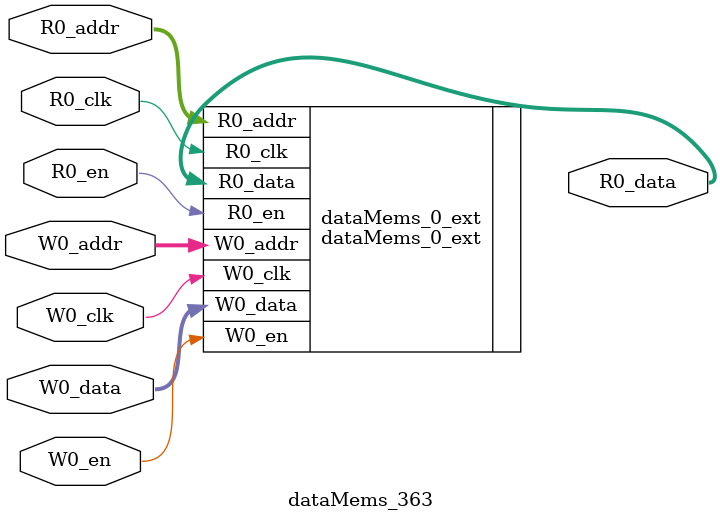
<source format=sv>
`ifndef RANDOMIZE
  `ifdef RANDOMIZE_REG_INIT
    `define RANDOMIZE
  `endif // RANDOMIZE_REG_INIT
`endif // not def RANDOMIZE
`ifndef RANDOMIZE
  `ifdef RANDOMIZE_MEM_INIT
    `define RANDOMIZE
  `endif // RANDOMIZE_MEM_INIT
`endif // not def RANDOMIZE

`ifndef RANDOM
  `define RANDOM $random
`endif // not def RANDOM

// Users can define 'PRINTF_COND' to add an extra gate to prints.
`ifndef PRINTF_COND_
  `ifdef PRINTF_COND
    `define PRINTF_COND_ (`PRINTF_COND)
  `else  // PRINTF_COND
    `define PRINTF_COND_ 1
  `endif // PRINTF_COND
`endif // not def PRINTF_COND_

// Users can define 'ASSERT_VERBOSE_COND' to add an extra gate to assert error printing.
`ifndef ASSERT_VERBOSE_COND_
  `ifdef ASSERT_VERBOSE_COND
    `define ASSERT_VERBOSE_COND_ (`ASSERT_VERBOSE_COND)
  `else  // ASSERT_VERBOSE_COND
    `define ASSERT_VERBOSE_COND_ 1
  `endif // ASSERT_VERBOSE_COND
`endif // not def ASSERT_VERBOSE_COND_

// Users can define 'STOP_COND' to add an extra gate to stop conditions.
`ifndef STOP_COND_
  `ifdef STOP_COND
    `define STOP_COND_ (`STOP_COND)
  `else  // STOP_COND
    `define STOP_COND_ 1
  `endif // STOP_COND
`endif // not def STOP_COND_

// Users can define INIT_RANDOM as general code that gets injected into the
// initializer block for modules with registers.
`ifndef INIT_RANDOM
  `define INIT_RANDOM
`endif // not def INIT_RANDOM

// If using random initialization, you can also define RANDOMIZE_DELAY to
// customize the delay used, otherwise 0.002 is used.
`ifndef RANDOMIZE_DELAY
  `define RANDOMIZE_DELAY 0.002
`endif // not def RANDOMIZE_DELAY

// Define INIT_RANDOM_PROLOG_ for use in our modules below.
`ifndef INIT_RANDOM_PROLOG_
  `ifdef RANDOMIZE
    `ifdef VERILATOR
      `define INIT_RANDOM_PROLOG_ `INIT_RANDOM
    `else  // VERILATOR
      `define INIT_RANDOM_PROLOG_ `INIT_RANDOM #`RANDOMIZE_DELAY begin end
    `endif // VERILATOR
  `else  // RANDOMIZE
    `define INIT_RANDOM_PROLOG_
  `endif // RANDOMIZE
`endif // not def INIT_RANDOM_PROLOG_

// Include register initializers in init blocks unless synthesis is set
`ifndef SYNTHESIS
  `ifndef ENABLE_INITIAL_REG_
    `define ENABLE_INITIAL_REG_
  `endif // not def ENABLE_INITIAL_REG_
`endif // not def SYNTHESIS

// Include rmemory initializers in init blocks unless synthesis is set
`ifndef SYNTHESIS
  `ifndef ENABLE_INITIAL_MEM_
    `define ENABLE_INITIAL_MEM_
  `endif // not def ENABLE_INITIAL_MEM_
`endif // not def SYNTHESIS

module dataMems_363(	// @[generators/ara/src/main/scala/UnsafeAXI4ToTL.scala:365:62]
  input  [4:0]  R0_addr,
  input         R0_en,
  input         R0_clk,
  output [66:0] R0_data,
  input  [4:0]  W0_addr,
  input         W0_en,
  input         W0_clk,
  input  [66:0] W0_data
);

  dataMems_0_ext dataMems_0_ext (	// @[generators/ara/src/main/scala/UnsafeAXI4ToTL.scala:365:62]
    .R0_addr (R0_addr),
    .R0_en   (R0_en),
    .R0_clk  (R0_clk),
    .R0_data (R0_data),
    .W0_addr (W0_addr),
    .W0_en   (W0_en),
    .W0_clk  (W0_clk),
    .W0_data (W0_data)
  );
endmodule


</source>
